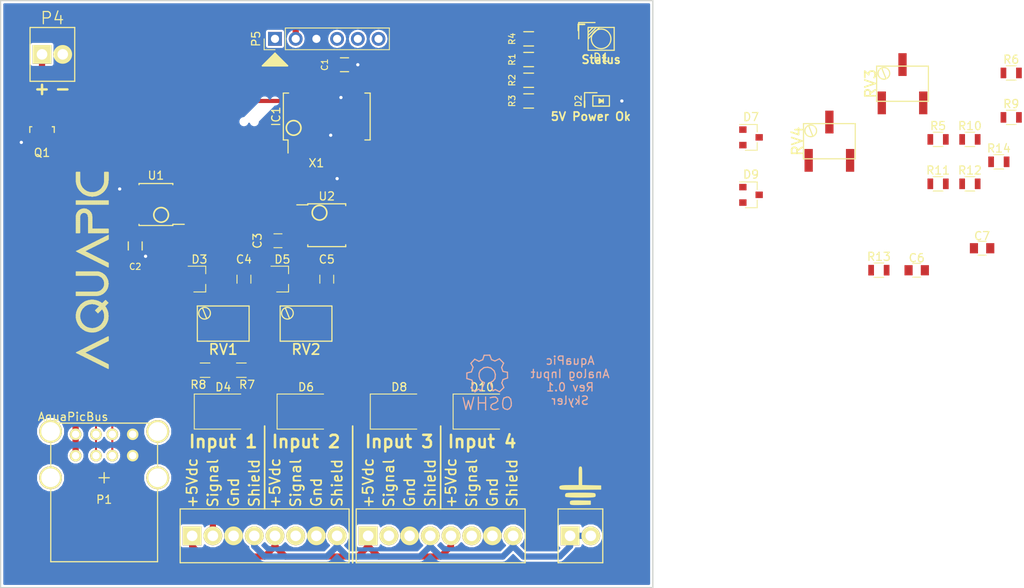
<source format=kicad_pcb>
(kicad_pcb (version 4) (host pcbnew 4.0.7)
  (layers (0 F.Cu signal) (31 B.Cu signal) (34 B.Paste user) (35 F.Paste user) (36 B.SilkS user) (37 F.SilkS user) (38 B.Mask user) (39 F.Mask user) (44 Edge.Cuts user))
  (net 0 "")
  (net 1 +5V)
  (net 2 GND)
  (net 3 "Net-(D1-Pad2)")
  (net 4 "Net-(D1-Pad3)")
  (net 5 "Net-(D1-Pad1)")
  (net 6 "Net-(D2-Pad1)")
  (net 7 /Input3)
  (net 8 /Input4)
  (net 9 //MCLR)
  (net 10 /STAT_LED_R)
  (net 11 /STAT_LED_G)
  (net 12 /RX)
  (net 13 /STAT_LED_Y)
  (net 14 /T_nR)
  (net 15 /TX)
  (net 16 /PGC)
  (net 17 /PGD)
  (net 18 /Input1)
  (net 19 /Input2)
  (net 20 /D+)
  (net 21 /D-)
  (net 22 "Net-(IC1-Pad7)")
  (net 23 "Net-(IC1-Pad9)")
  (net 24 "Net-(IC1-Pad10)")
  (net 25 "Net-(IC1-Pad11)")
  (net 26 "Net-(IC1-Pad24)")
  (net 27 "Net-(IC1-Pad25)")
  (net 28 "Net-(IC1-Pad26)")
  (net 29 "Net-(IC1-Pad21)")
  (net 30 "Net-(IC1-Pad22)")
  (net 31 "Net-(IC1-Pad23)")
  (net 32 "Net-(IC1-Pad6)")
  (net 33 /Ch1)
  (net 34 /Ch2)
  (net 35 /Ch3)
  (net 36 /Ch4)
  (net 37 "Net-(IC1-Pad5)")
  (net 38 "Net-(IC1-Pad12)")
  (net 39 "Net-(IC1-Pad13)")
  (net 40 /SCL)
  (net 41 /SDA)
  (net 42 "Net-(P2-Pad12)")
  (net 43 "Net-(P4-Pad1)")
  (net 44 "Net-(P5-Pad6)")
  (net 45 "Net-(R7-Pad1)")
  (net 46 "Net-(R7-Pad2)")
  (net 47 "Net-(R10-Pad2)")
  (net 48 "Net-(R9-Pad2)")
  (net 49 "Net-(R11-Pad1)")
  (net 50 "Net-(R11-Pad2)")
  (net 51 "Net-(R13-Pad1)")
  (net 52 "Net-(R13-Pad2)")
  (module Capacitors_SMD:C_0805 (layer F.Cu) (at 42.18 -64.135)
    (fp_text reference C1 (at -2.429 0 270) (layer F.SilkS) (effects (font (size 0.762 0.762) (thickness 0.127))))
    (fp_text value 100nF)
    (pad 1 smd rect (at -1 0) (size 1 1.25) (layers F.Cu F.Paste F.Mask) (net 1 +5V))
    (pad 2 smd rect (at 1 0) (size 1 1.25) (layers F.Cu F.Paste F.Mask) (net 2 GND))
  )
  (module Capacitors_SMD:C_0805 (layer F.Cu) (at 16.51 -41.91 270)
    (fp_text reference C2 (at 2.54 0 360) (layer F.SilkS) (effects (font (size 0.762 0.762) (thickness 0.127))))
    (fp_text value 100nF)
    (pad 1 smd rect (at -1 0 270) (size 1 1.25) (layers F.Cu F.Paste F.Mask) (net 1 +5V))
    (pad 2 smd rect (at 1 0 270) (size 1 1.25) (layers F.Cu F.Paste F.Mask) (net 2 GND))
  )
  (module Housings_SOT-23_SOT-143_TSOT-6:SOT-23 (layer F.Cu) (at 5.08 -55.88)
    (fp_text reference Q1 (at 0 2.54) (layer F.SilkS))
    (fp_text value AO3407A)
    (pad 1 smd rect (at -0.95 1.00076) (size 0.8001 0.8001) (layers F.Cu F.Paste F.Mask) (net 2 GND))
    (pad 2 smd rect (at 0.95 1.00076) (size 0.8001 0.8001) (layers F.Cu F.Paste F.Mask) (net 1 +5V))
    (pad 3 smd rect (at 0 -0.99822) (size 0.8001 0.8001) (layers F.Cu F.Paste F.Mask) (net 43 "Net-(P4-Pad1)"))
  )
  (module Resistors_SMD:R_0805 (layer F.Cu) (at 64.77 -64.77 180)
    (fp_text reference R1 (at 2.032 0 270) (layer F.SilkS) (effects (font (size 0.762 0.762) (thickness 0.127))))
    (fp_text value 300R)
    (pad 1 smd rect (at -0.95 0 180) (size 0.7 1.3) (layers F.Cu F.Paste F.Mask) (net 5 "Net-(D1-Pad1)"))
    (pad 2 smd rect (at 0.95 0 180) (size 0.7 1.3) (layers F.Cu F.Paste F.Mask) (net 11 /STAT_LED_G))
  )
  (module Resistors_SMD:R_0805 (layer F.Cu) (at 64.77 -62.23 180)
    (fp_text reference R2 (at 2.032 0 270) (layer F.SilkS) (effects (font (size 0.762 0.762) (thickness 0.127))))
    (fp_text value 300R)
    (pad 1 smd rect (at -0.95 0 180) (size 0.7 1.3) (layers F.Cu F.Paste F.Mask) (net 3 "Net-(D1-Pad2)"))
    (pad 2 smd rect (at 0.95 0 180) (size 0.7 1.3) (layers F.Cu F.Paste F.Mask) (net 13 /STAT_LED_Y))
  )
  (module Resistors_SMD:R_0805 (layer F.Cu) (at 64.77 -59.69)
    (fp_text reference R3 (at -2.032 0 90) (layer F.SilkS) (effects (font (size 0.762 0.762) (thickness 0.127))))
    (fp_text value 300R)
    (pad 1 smd rect (at -0.95 0) (size 0.7 1.3) (layers F.Cu F.Paste F.Mask) (net 1 +5V))
    (pad 2 smd rect (at 0.95 0) (size 0.7 1.3) (layers F.Cu F.Paste F.Mask) (net 6 "Net-(D2-Pad1)"))
  )
  (module Resistors_SMD:R_0805 (layer F.Cu) (at 64.77 -67.31 180)
    (fp_text reference R4 (at 2.032 0 270) (layer F.SilkS) (effects (font (size 0.762 0.762) (thickness 0.127))))
    (fp_text value 300R)
    (pad 1 smd rect (at -0.95 0 180) (size 0.7 1.3) (layers F.Cu F.Paste F.Mask) (net 4 "Net-(D1-Pad3)"))
    (pad 2 smd rect (at 0.95 0 180) (size 0.7 1.3) (layers F.Cu F.Paste F.Mask) (net 10 /STAT_LED_R))
  )
  (module Housings_SOIC:SOIC-8_3.9x4.9mm_Pitch1.27mm (layer F.Cu) (at 19.05 -46.99 180)
    (fp_text reference U1 (at 0 3.556 180) (layer F.SilkS))
    (fp_text value ST485EC)
    (pad 1 smd rect (at -2.7 -1.905 180) (size 1.55 0.6) (layers F.Cu F.Paste F.Mask) (net 12 /RX))
    (pad 2 smd rect (at -2.7 -0.635 180) (size 1.55 0.6) (layers F.Cu F.Paste F.Mask) (net 14 /T_nR))
    (pad 3 smd rect (at -2.7 0.635 180) (size 1.55 0.6) (layers F.Cu F.Paste F.Mask) (net 14 /T_nR))
    (pad 4 smd rect (at -2.7 1.905 180) (size 1.55 0.6) (layers F.Cu F.Paste F.Mask) (net 15 /TX))
    (pad 5 smd rect (at 2.7 1.905 180) (size 1.55 0.6) (layers F.Cu F.Paste F.Mask) (net 2 GND))
    (pad 6 smd rect (at 2.7 0.635 180) (size 1.55 0.6) (layers F.Cu F.Paste F.Mask) (net 20 /D+))
    (pad 7 smd rect (at 2.7 -0.635 180) (size 1.55 0.6) (layers F.Cu F.Paste F.Mask) (net 21 /D-))
    (pad 8 smd rect (at 2.7 -1.905 180) (size 1.55 0.6) (layers F.Cu F.Paste F.Mask) (net 1 +5V))
  )
  (module A_MyFootPrints:AquaPic_Logo (layer F.Cu) (at 3.175 -26.67 90)
    (fp_text reference LOGO hide)
    (fp_text value Val** hide)
  )
  (module A_MyFootPrints:Earth_Ground_Logo (layer F.Cu) (at 71.12 -11.43)
    (fp_text reference G*** hide)
    (fp_text value LOGO hide)
  )
  (module Symbols:Symbol_OSHW-Logo_SilkScreen (layer B.Cu) (at 59.69 -26.035 180)
    (fp_text reference "" hide)
    (fp_text value "" hide)
  )
  (module LEDs:LED-0805 (layer F.Cu) (at 73.66 -59.69)
    (fp_text reference D2 (at -2.794 0 90) (layer F.SilkS) (effects (font (size 0.762 0.762) (thickness 0.127))))
    (fp_text value APT2012)
    (pad 2 smd rect (at 1.04902 0 180) (size 1.19888 1.19888) (layers F.Cu F.Paste F.Mask) (net 2 GND))
    (pad 1 smd rect (at -1.04902 0 180) (size 1.19888 1.19888) (layers F.Cu F.Paste F.Mask) (net 6 "Net-(D2-Pad1)"))
  )
  (module Capacitors_SMD:C_0805 (layer F.Cu) (at 34.02 -42.545 180)
    (fp_text reference C3 (at 2.524 0 270) (layer F.SilkS))
    (fp_text value 100nF)
    (pad 1 smd rect (at -1 0 180) (size 1 1.25) (layers F.Cu F.Paste F.Mask) (net 1 +5V))
    (pad 2 smd rect (at 1 0 180) (size 1 1.25) (layers F.Cu F.Paste F.Mask) (net 2 GND))
  )
  (module Capacitors_SMD:C_0805 (layer F.Cu) (at 29.845 -37.83 90)
    (fp_text reference C4 (at 2.429 0 180) (layer F.SilkS))
    (fp_text value 100nF)
    (pad 1 smd rect (at -1 0 90) (size 1 1.25) (layers F.Cu F.Paste F.Mask) (net 33 /Ch1))
    (pad 2 smd rect (at 1 0 90) (size 1 1.25) (layers F.Cu F.Paste F.Mask) (net 2 GND))
  )
  (module Capacitors_SMD:C_0805 (layer F.Cu) (at 40.005 -37.83 90)
    (fp_text reference C5 (at 2.429 0 180) (layer F.SilkS))
    (fp_text value 100nF)
    (pad 1 smd rect (at -1 0 90) (size 1 1.25) (layers F.Cu F.Paste F.Mask) (net 34 /Ch2))
    (pad 2 smd rect (at 1 0 90) (size 1 1.25) (layers F.Cu F.Paste F.Mask) (net 2 GND))
  )
  (module Capacitors_SMD:C_0805 (layer F.Cu) (at 112.367724 -38.9268)
    (fp_text reference C6 (at 0 -1.5) (layer F.SilkS))
    (fp_text value 100nF)
    (pad 1 smd rect (at -1 0) (size 1 1.25) (layers F.Cu F.Paste F.Mask) (net 35 /Ch3))
    (pad 2 smd rect (at 1 0) (size 1 1.25) (layers F.Cu F.Paste F.Mask) (net 2 GND))
  )
  (module Capacitors_SMD:C_0805 (layer F.Cu) (at 120.387724 -41.6268)
    (fp_text reference C7 (at 0 -1.5) (layer F.SilkS))
    (fp_text value 100nF)
    (pad 1 smd rect (at -1 0) (size 1 1.25) (layers F.Cu F.Paste F.Mask) (net 36 /Ch4))
    (pad 2 smd rect (at 1 0) (size 1 1.25) (layers F.Cu F.Paste F.Mask) (net 2 GND))
  )
  (module MyFootPrints:PLCC-4 (layer F.Cu) (at 73.66 -67.31 90)
    (fp_text reference D1 (at -2.3 0 180) (layer F.SilkS))
    (fp_text value SMP4-RGY)
    (pad 2 smd rect (at -0.75 1.55 90) (size 0.9 1.5) (layers F.Cu F.Paste F.Mask) (net 3 "Net-(D1-Pad2)"))
    (pad 4 smd rect (at 0.75 1.55 90) (size 0.9 1.5) (layers F.Cu F.Paste F.Mask) (net 1 +5V))
    (pad 3 smd rect (at 0.75 -1.55 90) (size 0.9 1.5) (layers F.Cu F.Paste F.Mask) (net 4 "Net-(D1-Pad3)"))
    (pad 1 smd rect (at -0.75 -1.55 90) (size 0.9 1.5) (layers F.Cu F.Paste F.Mask) (net 5 "Net-(D1-Pad1)"))
  )
  (module Diodes_SMD:D_SOT-23_ANK (layer F.Cu) (at 24.4 -37.846)
    (fp_text reference D3 (at -0.016 -2.413) (layer F.SilkS))
    (fp_text value BZX84C4V7)
    (pad 2 smd rect (at -1 -0.95) (size 0.9 0.8) (layers F.Cu F.Paste F.Mask) (net 2 GND))
    (pad "" smd rect (at -1 0.95) (size 0.9 0.8) (layers F.Cu F.Paste F.Mask))
    (pad 1 smd rect (at 1 0) (size 0.9 0.8) (layers F.Cu F.Paste F.Mask) (net 33 /Ch1))
  )
  (module Diodes_SMD:D_SMB (layer F.Cu) (at 27.305 -21.59)
    (fp_text reference D4 (at 0 -3) (layer F.SilkS))
    (fp_text value SMBJ30D)
    (pad 1 smd rect (at -2.15 0) (size 2.5 2.3) (layers F.Cu F.Paste F.Mask) (net 18 /Input1))
    (pad 2 smd rect (at 2.15 0) (size 2.5 2.3) (layers F.Cu F.Paste F.Mask) (net 2 GND))
  )
  (module Diodes_SMD:D_SOT-23_ANK (layer F.Cu) (at 34.56 -37.846)
    (fp_text reference D5 (at 0 -2.413) (layer F.SilkS))
    (fp_text value BZX84C4V7)
    (pad 2 smd rect (at -1 -0.95) (size 0.9 0.8) (layers F.Cu F.Paste F.Mask) (net 2 GND))
    (pad "" smd rect (at -1 0.95) (size 0.9 0.8) (layers F.Cu F.Paste F.Mask))
    (pad 1 smd rect (at 1 0) (size 0.9 0.8) (layers F.Cu F.Paste F.Mask) (net 34 /Ch2))
  )
  (module Diodes_SMD:D_SMB (layer F.Cu) (at 37.465 -21.59)
    (fp_text reference D6 (at 0 -3) (layer F.SilkS))
    (fp_text value SMBJ30D)
    (pad 1 smd rect (at -2.15 0) (size 2.5 2.3) (layers F.Cu F.Paste F.Mask) (net 19 /Input2))
    (pad 2 smd rect (at 2.15 0) (size 2.5 2.3) (layers F.Cu F.Paste F.Mask) (net 2 GND))
  )
  (module Diodes_SMD:D_SOT-23_ANK (layer F.Cu) (at 92.043914 -55.2268)
    (fp_text reference D7 (at 0 -2.5) (layer F.SilkS))
    (fp_text value BZX84C4V7)
    (pad 2 smd rect (at -1 -0.95) (size 0.9 0.8) (layers F.Cu F.Paste F.Mask) (net 2 GND))
    (pad "" smd rect (at -1 0.95) (size 0.9 0.8) (layers F.Cu F.Paste F.Mask))
    (pad 1 smd rect (at 1 0) (size 0.9 0.8) (layers F.Cu F.Paste F.Mask) (net 35 /Ch3))
  )
  (module Diodes_SMD:D_SMB (layer F.Cu) (at 48.895 -21.59)
    (fp_text reference D8 (at 0 -3) (layer F.SilkS))
    (fp_text value SMBJ30D)
    (pad 1 smd rect (at -2.15 0) (size 2.5 2.3) (layers F.Cu F.Paste F.Mask) (net 7 /Input3))
    (pad 2 smd rect (at 2.15 0) (size 2.5 2.3) (layers F.Cu F.Paste F.Mask) (net 2 GND))
  )
  (module Diodes_SMD:D_SOT-23_ANK (layer F.Cu) (at 92.043914 -48.1768)
    (fp_text reference D9 (at 0 -2.5) (layer F.SilkS))
    (fp_text value BZX84C4V7)
    (pad 2 smd rect (at -1 -0.95) (size 0.9 0.8) (layers F.Cu F.Paste F.Mask) (net 2 GND))
    (pad "" smd rect (at -1 0.95) (size 0.9 0.8) (layers F.Cu F.Paste F.Mask))
    (pad 1 smd rect (at 1 0) (size 0.9 0.8) (layers F.Cu F.Paste F.Mask) (net 36 /Ch4))
  )
  (module Diodes_SMD:D_SMB (layer F.Cu) (at 59.055 -21.59)
    (fp_text reference D10 (at 0 -3) (layer F.SilkS))
    (fp_text value SMBJ30D)
    (pad 1 smd rect (at -2.15 0) (size 2.5 2.3) (layers F.Cu F.Paste F.Mask) (net 8 /Input4))
    (pad 2 smd rect (at 2.15 0) (size 2.5 2.3) (layers F.Cu F.Paste F.Mask) (net 2 GND))
  )
  (module Housings_SSOP:SSOP-28_5.3x10.2mm_Pitch0.65mm (layer F.Cu) (at 40.005 -57.785 90)
    (fp_text reference IC1 (at 0 -6.223 270) (layer F.SilkS))
    (fp_text value PIC16F18855)
    (pad 1 smd rect (at -3.6 -4.225 90) (size 1.75 0.45) (layers F.Cu F.Paste F.Mask) (net 9 //MCLR))
    (pad 2 smd rect (at -3.6 -3.575 90) (size 1.75 0.45) (layers F.Cu F.Paste F.Mask) (net 10 /STAT_LED_R))
    (pad 3 smd rect (at -3.6 -2.925 90) (size 1.75 0.45) (layers F.Cu F.Paste F.Mask) (net 11 /STAT_LED_G))
    (pad 4 smd rect (at -3.6 -2.275 90) (size 1.75 0.45) (layers F.Cu F.Paste F.Mask) (net 13 /STAT_LED_Y))
    (pad 5 smd rect (at -3.6 -1.625 90) (size 1.75 0.45) (layers F.Cu F.Paste F.Mask) (net 37 "Net-(IC1-Pad5)"))
    (pad 6 smd rect (at -3.6 -0.975 90) (size 1.75 0.45) (layers F.Cu F.Paste F.Mask) (net 32 "Net-(IC1-Pad6)"))
    (pad 7 smd rect (at -3.6 -0.325 90) (size 1.75 0.45) (layers F.Cu F.Paste F.Mask) (net 22 "Net-(IC1-Pad7)"))
    (pad 8 smd rect (at -3.6 0.325 90) (size 1.75 0.45) (layers F.Cu F.Paste F.Mask) (net 2 GND))
    (pad 9 smd rect (at -3.6 0.975 90) (size 1.75 0.45) (layers F.Cu F.Paste F.Mask) (net 23 "Net-(IC1-Pad9)"))
    (pad 10 smd rect (at -3.6 1.625 90) (size 1.75 0.45) (layers F.Cu F.Paste F.Mask) (net 24 "Net-(IC1-Pad10)"))
    (pad 11 smd rect (at -3.6 2.275 90) (size 1.75 0.45) (layers F.Cu F.Paste F.Mask) (net 25 "Net-(IC1-Pad11)"))
    (pad 12 smd rect (at -3.6 2.925 90) (size 1.75 0.45) (layers F.Cu F.Paste F.Mask) (net 38 "Net-(IC1-Pad12)"))
    (pad 13 smd rect (at -3.6 3.575 90) (size 1.75 0.45) (layers F.Cu F.Paste F.Mask) (net 39 "Net-(IC1-Pad13)"))
    (pad 14 smd rect (at -3.6 4.225 90) (size 1.75 0.45) (layers F.Cu F.Paste F.Mask) (net 40 /SCL))
    (pad 15 smd rect (at 3.6 4.225 90) (size 1.75 0.45) (layers F.Cu F.Paste F.Mask) (net 41 /SDA))
    (pad 16 smd rect (at 3.6 3.575 90) (size 1.75 0.45) (layers F.Cu F.Paste F.Mask) (net 14 /T_nR))
    (pad 17 smd rect (at 3.6 2.925 90) (size 1.75 0.45) (layers F.Cu F.Paste F.Mask) (net 15 /TX))
    (pad 18 smd rect (at 3.6 2.275 90) (size 1.75 0.45) (layers F.Cu F.Paste F.Mask) (net 12 /RX))
    (pad 19 smd rect (at 3.6 1.625 90) (size 1.75 0.45) (layers F.Cu F.Paste F.Mask) (net 2 GND))
    (pad 20 smd rect (at 3.6 0.975 90) (size 1.75 0.45) (layers F.Cu F.Paste F.Mask) (net 1 +5V))
    (pad 21 smd rect (at 3.6 0.325 90) (size 1.75 0.45) (layers F.Cu F.Paste F.Mask) (net 29 "Net-(IC1-Pad21)"))
    (pad 22 smd rect (at 3.6 -0.325 90) (size 1.75 0.45) (layers F.Cu F.Paste F.Mask) (net 30 "Net-(IC1-Pad22)"))
    (pad 23 smd rect (at 3.6 -0.975 90) (size 1.75 0.45) (layers F.Cu F.Paste F.Mask) (net 31 "Net-(IC1-Pad23)"))
    (pad 24 smd rect (at 3.6 -1.625 90) (size 1.75 0.45) (layers F.Cu F.Paste F.Mask) (net 26 "Net-(IC1-Pad24)"))
    (pad 25 smd rect (at 3.6 -2.275 90) (size 1.75 0.45) (layers F.Cu F.Paste F.Mask) (net 27 "Net-(IC1-Pad25)"))
    (pad 26 smd rect (at 3.6 -2.925 90) (size 1.75 0.45) (layers F.Cu F.Paste F.Mask) (net 28 "Net-(IC1-Pad26)"))
    (pad 27 smd rect (at 3.6 -3.575 90) (size 1.75 0.45) (layers F.Cu F.Paste F.Mask) (net 16 /PGC))
    (pad 28 smd rect (at 3.6 -4.225 90) (size 1.75 0.45) (layers F.Cu F.Paste F.Mask) (net 17 /PGD))
  )
  (module MyFootPrints:USB-1.1_Stacked (layer F.Cu) (at 12.7 -13.335)
    (fp_text reference P1 (at 0 2.54) (layer F.SilkS))
    (fp_text value AquaPicBus (at -3.81 -7.62) (layer F.SilkS))
    (pad 5 thru_hole circle (at -3.5 -5.470005) (size 1.42 1.42) (drill 0.92) (layers *.Cu *.Mask F.SilkS) (net 1 +5V))
    (pad 6 thru_hole circle (at -1 -5.470005) (size 1.42 1.42) (drill 0.92) (layers *.Cu *.Mask F.SilkS) (net 20 /D+))
    (pad 7 thru_hole circle (at 1 -5.470005) (size 1.42 1.42) (drill 0.92) (layers *.Cu *.Mask F.SilkS) (net 21 /D-))
    (pad 8 thru_hole circle (at 3.5 -5.470005) (size 1.42 1.42) (drill 0.92) (layers *.Cu *.Mask F.SilkS) (net 2 GND))
    (pad 1 thru_hole circle (at -3.5 -2.850005) (size 1.42 1.42) (drill 0.92) (layers *.Cu *.Mask F.SilkS) (net 1 +5V))
    (pad 2 thru_hole circle (at -1 -2.850005) (size 1.42 1.42) (drill 0.92) (layers *.Cu *.Mask F.SilkS) (net 20 /D+))
    (pad 3 thru_hole circle (at 1 -2.850005) (size 1.42 1.42) (drill 0.92) (layers *.Cu *.Mask F.SilkS) (net 21 /D-))
    (pad 4 thru_hole circle (at 3.5 -2.850005) (size 1.42 1.42) (drill 0.92) (layers *.Cu *.Mask F.SilkS) (net 2 GND))
    (pad Hole thru_hole circle (at 6.57 -0.140005) (size 2.8 2.8) (drill 2.3) (layers *.Cu *.Mask F.SilkS))
    (pad Hole thru_hole circle (at 6.57 -5.820005) (size 2.8 2.8) (drill 2.3) (layers *.Cu *.Mask F.SilkS))
    (pad Hole thru_hole circle (at -6.57 -5.820005) (size 2.8 2.8) (drill 2.3) (layers *.Cu *.Mask F.SilkS))
    (pad Hole thru_hole circle (at -6.57 -0.140005) (size 2.8 2.8) (drill 2.3) (layers *.Cu *.Mask F.SilkS))
  )
  (module MyFootPrints:Screw_Header_1x16 (layer F.Cu) (at 43.18 -6.35)
    (fp_text reference P2 hide)
    (fp_text value Inputs)
    (pad 16 thru_hole circle (at 19.685 0) (size 2.3 2.3) (drill 1.3) (layers *.Cu *.Mask F.SilkS) (net 42 "Net-(P2-Pad12)"))
    (pad 15 thru_hole circle (at 17.145 0) (size 2.3 2.3) (drill 1.3) (layers *.Cu *.Mask F.SilkS) (net 2 GND))
    (pad 14 thru_hole circle (at 14.605 0) (size 2.3 2.3) (drill 1.3) (layers *.Cu *.Mask F.SilkS) (net 8 /Input4))
    (pad 13 thru_hole circle (at 12.065 0) (size 2.3 2.3) (drill 1.3) (layers *.Cu *.Mask F.SilkS) (net 1 +5V))
    (pad 12 thru_hole circle (at 9.525 0) (size 2.3 2.3) (drill 1.3) (layers *.Cu *.Mask F.SilkS) (net 42 "Net-(P2-Pad12)"))
    (pad 11 thru_hole circle (at 6.985 0) (size 2.3 2.3) (drill 1.3) (layers *.Cu *.Mask F.SilkS) (net 2 GND))
    (pad 10 thru_hole circle (at 4.445 0) (size 2.3 2.3) (drill 1.3) (layers *.Cu *.Mask F.SilkS) (net 7 /Input3))
    (pad 9 thru_hole rect (at 1.905 0) (size 2.3 2.3) (drill 1.3) (layers *.Cu *.Mask F.SilkS) (net 1 +5V))
    (pad 1 thru_hole rect (at -19.685 0) (size 2.3 2.3) (drill 1.3) (layers *.Cu *.Mask F.SilkS) (net 1 +5V))
    (pad 2 thru_hole circle (at -17.145 0) (size 2.3 2.3) (drill 1.3) (layers *.Cu *.Mask F.SilkS) (net 18 /Input1))
    (pad 3 thru_hole circle (at -14.605 0) (size 2.3 2.3) (drill 1.3) (layers *.Cu *.Mask F.SilkS) (net 2 GND))
    (pad 4 thru_hole circle (at -12.065 0) (size 2.3 2.3) (drill 1.3) (layers *.Cu *.Mask F.SilkS) (net 42 "Net-(P2-Pad12)"))
    (pad 5 thru_hole circle (at -9.525 0) (size 2.3 2.3) (drill 1.3) (layers *.Cu *.Mask F.SilkS) (net 1 +5V))
    (pad 6 thru_hole circle (at -6.985 0) (size 2.3 2.3) (drill 1.3) (layers *.Cu *.Mask F.SilkS) (net 19 /Input2))
    (pad 7 thru_hole circle (at -4.445 0) (size 2.3 2.3) (drill 1.3) (layers *.Cu *.Mask F.SilkS) (net 2 GND))
    (pad 8 thru_hole circle (at -1.905 0) (size 2.3 2.3) (drill 1.3) (layers *.Cu *.Mask F.SilkS) (net 42 "Net-(P2-Pad12)"))
  )
  (module MyFootPrints:Screw_Header_1x2 (layer F.Cu) (at 71.12 -6.35)
    (fp_text reference P3 hide)
    (fp_text value Earth)
    (pad 1 thru_hole rect (at -1.27 0) (size 2.3 2.3) (drill 1.3) (layers *.Cu *.Mask F.SilkS) (net 42 "Net-(P2-Pad12)"))
    (pad 2 thru_hole circle (at 1.27 0) (size 2.3 2.3) (drill 1.3) (layers *.Cu *.Mask F.SilkS) (net 42 "Net-(P2-Pad12)"))
  )
  (module MyFootPrints:Screw_Header_1x2 (layer F.Cu) (at 6.35 -65.405)
    (fp_text reference P4 (at 0 -4.445) (layer F.SilkS) (effects (font (size 1.5 1.5))))
    (fp_text value Power)
    (pad 1 thru_hole rect (at -1.27 0) (size 2.3 2.3) (drill 1.3) (layers *.Cu *.Mask F.SilkS) (net 43 "Net-(P4-Pad1)"))
    (pad 2 thru_hole circle (at 1.27 0) (size 2.3 2.3) (drill 1.3) (layers *.Cu *.Mask F.SilkS) (net 2 GND))
  )
  (module Pin_Headers:Pin_Header_Straight_1x06_Pitch2.54mm (layer F.Cu) (at 33.655 -67.31 90)
    (fp_text reference P5 (at 0 -2.33 90) (layer F.SilkS))
    (fp_text value ICSP)
    (pad 1 thru_hole rect (at 0 0 90) (size 1.7 1.7) (drill 1) (layers *.Cu *.Mask) (net 9 //MCLR))
    (pad 2 thru_hole oval (at 0 2.54 90) (size 1.7 1.7) (drill 1) (layers *.Cu *.Mask) (net 1 +5V))
    (pad 3 thru_hole oval (at 0 5.08 90) (size 1.7 1.7) (drill 1) (layers *.Cu *.Mask) (net 2 GND))
    (pad 4 thru_hole oval (at 0 7.62 90) (size 1.7 1.7) (drill 1) (layers *.Cu *.Mask) (net 17 /PGD))
    (pad 5 thru_hole oval (at 0 10.16 90) (size 1.7 1.7) (drill 1) (layers *.Cu *.Mask) (net 16 /PGC))
    (pad 6 thru_hole oval (at 0 12.7 90) (size 1.7 1.7) (drill 1) (layers *.Cu *.Mask) (net 44 "Net-(P5-Pad6)"))
  )
  (module Resistors_SMD:R_0805 (layer F.Cu) (at 114.986771 -54.9768)
    (fp_text reference R5 (at 0 -1.65) (layer F.SilkS))
    (fp_text value 4K32)
    (pad 1 smd rect (at -0.95 0) (size 0.7 1.3) (layers F.Cu F.Paste F.Mask) (net 1 +5V))
    (pad 2 smd rect (at 0.95 0) (size 0.7 1.3) (layers F.Cu F.Paste F.Mask) (net 40 /SCL))
  )
  (module Resistors_SMD:R_0805 (layer F.Cu) (at 123.956771 -63.1268)
    (fp_text reference R6 (at 0 -1.65) (layer F.SilkS))
    (fp_text value 4K32)
    (pad 1 smd rect (at -0.95 0) (size 0.7 1.3) (layers F.Cu F.Paste F.Mask) (net 1 +5V))
    (pad 2 smd rect (at 0.95 0) (size 0.7 1.3) (layers F.Cu F.Paste F.Mask) (net 41 /SDA))
  )
  (module Resistors_SMD:R_0805 (layer F.Cu) (at 29.53 -26.67)
    (fp_text reference R7 (at 0.696 1.778) (layer F.SilkS))
    (fp_text value 4K32)
    (pad 1 smd rect (at -0.95 0) (size 0.7 1.3) (layers F.Cu F.Paste F.Mask) (net 45 "Net-(R7-Pad1)"))
    (pad 2 smd rect (at 0.95 0) (size 0.7 1.3) (layers F.Cu F.Paste F.Mask) (net 46 "Net-(R7-Pad2)"))
  )
  (module Resistors_SMD:R_0805 (layer F.Cu) (at 25.08 -26.67)
    (fp_text reference R8 (at -0.823 1.778) (layer F.SilkS))
    (fp_text value 10K)
    (pad 1 smd rect (at -0.95 0) (size 0.7 1.3) (layers F.Cu F.Paste F.Mask) (net 18 /Input1))
    (pad 2 smd rect (at 0.95 0) (size 0.7 1.3) (layers F.Cu F.Paste F.Mask) (net 45 "Net-(R7-Pad1)"))
  )
  (module Resistors_SMD:R_0805 (layer F.Cu) (at 123.956771 -57.6768)
    (fp_text reference R9 (at 0 -1.65) (layer F.SilkS))
    (fp_text value 4K32)
    (pad 1 smd rect (at -0.95 0) (size 0.7 1.3) (layers F.Cu F.Paste F.Mask) (net 47 "Net-(R10-Pad2)"))
    (pad 2 smd rect (at 0.95 0) (size 0.7 1.3) (layers F.Cu F.Paste F.Mask) (net 48 "Net-(R9-Pad2)"))
  )
  (module Resistors_SMD:R_0805 (layer F.Cu) (at 118.893201 -54.9768)
    (fp_text reference R10 (at 0 -1.65) (layer F.SilkS))
    (fp_text value 10K)
    (pad 1 smd rect (at -0.95 0) (size 0.7 1.3) (layers F.Cu F.Paste F.Mask) (net 19 /Input2))
    (pad 2 smd rect (at 0.95 0) (size 0.7 1.3) (layers F.Cu F.Paste F.Mask) (net 47 "Net-(R10-Pad2)"))
  )
  (module Resistors_SMD:R_0805 (layer F.Cu) (at 114.986771 -49.5268)
    (fp_text reference R11 (at 0 -1.65) (layer F.SilkS))
    (fp_text value 4K32)
    (pad 1 smd rect (at -0.95 0) (size 0.7 1.3) (layers F.Cu F.Paste F.Mask) (net 49 "Net-(R11-Pad1)"))
    (pad 2 smd rect (at 0.95 0) (size 0.7 1.3) (layers F.Cu F.Paste F.Mask) (net 50 "Net-(R11-Pad2)"))
  )
  (module Resistors_SMD:R_0805 (layer F.Cu) (at 118.893201 -49.5268)
    (fp_text reference R12 (at 0 -1.65) (layer F.SilkS))
    (fp_text value 10K)
    (pad 1 smd rect (at -0.95 0) (size 0.7 1.3) (layers F.Cu F.Paste F.Mask) (net 7 /Input3))
    (pad 2 smd rect (at 0.95 0) (size 0.7 1.3) (layers F.Cu F.Paste F.Mask) (net 49 "Net-(R11-Pad1)"))
  )
  (module Resistors_SMD:R_0805 (layer F.Cu) (at 107.726771 -38.9368)
    (fp_text reference R13 (at 0 -1.65) (layer F.SilkS))
    (fp_text value 4K32)
    (pad 1 smd rect (at -0.95 0) (size 0.7 1.3) (layers F.Cu F.Paste F.Mask) (net 51 "Net-(R13-Pad1)"))
    (pad 2 smd rect (at 0.95 0) (size 0.7 1.3) (layers F.Cu F.Paste F.Mask) (net 52 "Net-(R13-Pad2)"))
  )
  (module Resistors_SMD:R_0805 (layer F.Cu) (at 122.443201 -52.2268)
    (fp_text reference R14 (at 0 -1.65) (layer F.SilkS))
    (fp_text value 10K)
    (pad 1 smd rect (at -0.95 0) (size 0.7 1.3) (layers F.Cu F.Paste F.Mask) (net 8 /Input4))
    (pad 2 smd rect (at 0.95 0) (size 0.7 1.3) (layers F.Cu F.Paste F.Mask) (net 51 "Net-(R13-Pad1)"))
  )
  (module MyFootPrints:POTENTIAMETER_SMD (layer F.Cu) (at 27.305 -32.385)
    (fp_text reference RV1 (at 0 3.175 180) (layer F.SilkS) (effects (font (size 1.27 1.27) (thickness 0.2032))))
    (fp_text value 10K)
    (pad 1 smd rect (at -2.54 2.3495) (size 1.016 2.794) (layers F.Cu F.Paste F.Mask) (net 2 GND))
    (pad 2 smd rect (at 0 -2.3495) (size 1.016 2.794) (layers F.Cu F.Paste F.Mask) (net 33 /Ch1))
    (pad 3 smd rect (at 2.54 2.3495) (size 1.016 2.794) (layers F.Cu F.Paste F.Mask) (net 46 "Net-(R7-Pad2)"))
  )
  (module MyFootPrints:POTENTIAMETER_SMD (layer F.Cu) (at 37.465 -32.385)
    (fp_text reference RV2 (at 0 3.175 180) (layer F.SilkS) (effects (font (size 1.27 1.27) (thickness 0.2032))))
    (fp_text value 10K)
    (pad 1 smd rect (at -2.54 2.3495) (size 1.016 2.794) (layers F.Cu F.Paste F.Mask) (net 2 GND))
    (pad 2 smd rect (at 0 -2.3495) (size 1.016 2.794) (layers F.Cu F.Paste F.Mask) (net 34 /Ch2))
    (pad 3 smd rect (at 2.54 2.3495) (size 1.016 2.794) (layers F.Cu F.Paste F.Mask) (net 48 "Net-(R9-Pad2)"))
  )
  (module MyFootPrints:POTENTIAMETER_SMD (layer F.Cu) (at 110.6258 -61.8053)
    (fp_text reference RV3 (at -3.937 0 90) (layer F.SilkS) (effects (font (size 1.27 1.27) (thickness 0.2032))))
    (fp_text value 10K)
    (pad 1 smd rect (at -2.54 2.3495) (size 1.016 2.794) (layers F.Cu F.Paste F.Mask) (net 2 GND))
    (pad 2 smd rect (at 0 -2.3495) (size 1.016 2.794) (layers F.Cu F.Paste F.Mask) (net 35 /Ch3))
    (pad 3 smd rect (at 2.54 2.3495) (size 1.016 2.794) (layers F.Cu F.Paste F.Mask) (net 50 "Net-(R11-Pad2)"))
  )
  (module MyFootPrints:POTENTIAMETER_SMD (layer F.Cu) (at 101.6558 -54.7553)
    (fp_text reference RV4 (at -3.937 0 90) (layer F.SilkS) (effects (font (size 1.27 1.27) (thickness 0.2032))))
    (fp_text value 10K)
    (pad 1 smd rect (at -2.54 2.3495) (size 1.016 2.794) (layers F.Cu F.Paste F.Mask) (net 2 GND))
    (pad 2 smd rect (at 0 -2.3495) (size 1.016 2.794) (layers F.Cu F.Paste F.Mask) (net 36 /Ch4))
    (pad 3 smd rect (at 2.54 2.3495) (size 1.016 2.794) (layers F.Cu F.Paste F.Mask) (net 52 "Net-(R13-Pad2)"))
  )
  (module Housings_SSOP:TSSOP-14_4.4x5mm_Pitch0.65mm (layer F.Cu) (at 40.005 -44.45)
    (fp_text reference U2 (at 0 -3.55) (layer F.SilkS))
    (fp_text value MCP3428)
    (pad 1 smd rect (at -2.95 -1.95) (size 1.45 0.45) (layers F.Cu F.Paste F.Mask) (net 33 /Ch1))
    (pad 2 smd rect (at -2.95 -1.3) (size 1.45 0.45) (layers F.Cu F.Paste F.Mask) (net 2 GND))
    (pad 3 smd rect (at -2.95 -0.65) (size 1.45 0.45) (layers F.Cu F.Paste F.Mask) (net 34 /Ch2))
    (pad 4 smd rect (at -2.95 0) (size 1.45 0.45) (layers F.Cu F.Paste F.Mask) (net 2 GND))
    (pad 5 smd rect (at -2.95 0.65) (size 1.45 0.45) (layers F.Cu F.Paste F.Mask) (net 2 GND))
    (pad 6 smd rect (at -2.95 1.3) (size 1.45 0.45) (layers F.Cu F.Paste F.Mask) (net 1 +5V))
    (pad 7 smd rect (at -2.95 1.95) (size 1.45 0.45) (layers F.Cu F.Paste F.Mask) (net 41 /SDA))
    (pad 8 smd rect (at 2.95 1.95) (size 1.45 0.45) (layers F.Cu F.Paste F.Mask) (net 40 /SCL))
    (pad 9 smd rect (at 2.95 1.3) (size 1.45 0.45) (layers F.Cu F.Paste F.Mask) (net 2 GND))
    (pad 10 smd rect (at 2.95 0.65) (size 1.45 0.45) (layers F.Cu F.Paste F.Mask) (net 2 GND))
    (pad 11 smd rect (at 2.95 0) (size 1.45 0.45) (layers F.Cu F.Paste F.Mask) (net 35 /Ch3))
    (pad 12 smd rect (at 2.95 -0.65) (size 1.45 0.45) (layers F.Cu F.Paste F.Mask) (net 2 GND))
    (pad 13 smd rect (at 2.95 -1.3) (size 1.45 0.45) (layers F.Cu F.Paste F.Mask) (net 36 /Ch4))
    (pad 14 smd rect (at 2.95 -1.95) (size 1.45 0.45) (layers F.Cu F.Paste F.Mask) (net 2 GND))
  )
  (module MyFootPrints:Resonator_3.2x1.3 (layer F.Cu) (at 41.345 -51.435 180)
    (fp_text reference X1 (at 2.61 0.635 360) (layer F.SilkS))
    (fp_text value 8MHz)
    (pad 2 smd rect (at 0 0 180) (size 0.4 2) (layers F.Cu F.Paste F.Mask) (net 2 GND))
    (pad 3 smd rect (at 1.2 0 180) (size 0.4 2) (layers F.Cu F.Paste F.Mask) (net 23 "Net-(IC1-Pad9)"))
    (pad 1 smd rect (at -1.2 0 180) (size 0.4 2) (layers F.Cu F.Paste F.Mask) (net 24 "Net-(IC1-Pad10)"))
  )
  (gr_circle (center 35.941 -56.388) (end 36.576 -55.753) (layer F.SilkS) (width 0.2))
  (gr_line (start 71.628 -58.928) (end 71.628 -59.69) (angle 90) (layer F.SilkS) (width 0.2))
  (gr_circle (center 19.685 -45.72) (end 20.32 -45.085) (layer F.SilkS) (width 0.2))
  (gr_circle (center 39.116 -45.983025) (end 39.751 -45.348025) (layer F.SilkS) (width 0.2))
  (gr_text "AquaPic\nAnalog Input\nRev 0.1\nSkyler" (at 69.85 -25.4) (layer B.SilkS) (effects (font (size 1.016 1.016) (thickness 0.1524)) (justify mirror)))
  (gr_line (start 43.18 -3.048) (end 43.18 -19.812) (angle 90) (layer F.SilkS) (width 0.2))
  (gr_line (start 53.975 -9.652) (end 53.975 -19.812) (angle 90) (layer F.SilkS) (width 0.2))
  (gr_line (start 32.385 -9.652) (end 32.385 -19.812) (angle 90) (layer F.SilkS) (width 0.2))
  (gr_text "Input 4" (at 59.055 -17.907) (layer F.SilkS) (effects (font (thickness 0.3048))))
  (gr_text "Input 3" (at 48.895 -17.907) (layer F.SilkS) (effects (font (thickness 0.3048))))
  (gr_text "Input 2" (at 37.465 -17.907) (layer F.SilkS) (effects (font (thickness 0.3048))))
  (gr_text "Input 1" (at 27.305 -17.907) (layer F.SilkS) (effects (font (thickness 0.3048))))
  (gr_text +5Vdc (at 55.245 -12.827 90) (layer F.SilkS) (effects (font (size 1.27 1.27) (thickness 0.2032))))
  (gr_text +5Vdc (at 45.085 -12.827 90) (layer F.SilkS) (effects (font (size 1.27 1.27) (thickness 0.2032))))
  (gr_text +5Vdc (at 33.655 -12.827 90) (layer F.SilkS) (effects (font (size 1.27 1.27) (thickness 0.2032))))
  (gr_text Gnd (at 28.575 -11.684 90) (layer F.SilkS) (effects (font (size 1.27 1.27) (thickness 0.2032))))
  (gr_text Gnd (at 38.735 -11.684 90) (layer F.SilkS) (effects (font (size 1.27 1.27) (thickness 0.2032))))
  (gr_text Gnd (at 50.165 -11.684 90) (layer F.SilkS) (effects (font (size 1.27 1.27) (thickness 0.2032))))
  (gr_text Signal (at 57.785 -12.827 90) (layer F.SilkS) (effects (font (size 1.27 1.27) (thickness 0.2032))))
  (gr_text Signal (at 47.625 -12.827 90) (layer F.SilkS) (effects (font (size 1.27 1.27) (thickness 0.2032))))
  (gr_text Signal (at 36.195 -12.827 90) (layer F.SilkS) (effects (font (size 1.27 1.27) (thickness 0.2032))))
  (gr_text Shield (at 62.738 -12.827 90) (layer F.SilkS) (effects (font (size 1.27 1.27) (thickness 0.2032))))
  (gr_text Shield (at 52.705 -12.827 90) (layer F.SilkS) (effects (font (size 1.27 1.27) (thickness 0.2032))))
  (gr_text Shield (at 41.275 -12.827 90) (layer F.SilkS) (effects (font (size 1.27 1.27) (thickness 0.2032))))
  (gr_text Shield (at 31.115 -12.827 90) (layer F.SilkS) (effects (font (size 1.27 1.27) (thickness 0.2032))))
  (gr_text Gnd (at 60.325 -11.684 90) (layer F.SilkS) (effects (font (size 1.27 1.27) (thickness 0.2032))))
  (gr_text Signal (at 26.035 -12.827 90) (layer F.SilkS) (effects (font (size 1.27 1.27) (thickness 0.2032))))
  (gr_text +5Vdc (at 23.495 -12.827 90) (layer F.SilkS) (effects (font (size 1.27 1.27) (thickness 0.2032))))
  (gr_text "5V Power Ok" (at 72.39 -57.785) (layer F.SilkS) (effects (font (size 1.016 1.016) (thickness 0.2032))))
  (gr_text Status (at 73.66 -64.77) (layer F.SilkS) (effects (font (size 1.016 1.016) (thickness 0.2032))))
  (gr_text - (at 7.62 -61.214) (layer F.SilkS) (effects (font (size 1.5 1.5) (thickness 0.3))))
  (gr_text + (at 5.08 -61.214) (layer F.SilkS) (effects (font (size 1.5 1.5) (thickness 0.3))))
  (gr_line (start 33.782 -65.278) (end 33.655 -65.405) (angle 90) (layer F.SilkS) (width 0.2))
  (gr_line (start 33.528 -65.278) (end 33.782 -65.278) (angle 90) (layer F.SilkS) (width 0.2))
  (gr_line (start 33.401 -65.151) (end 33.528 -65.278) (angle 90) (layer F.SilkS) (width 0.2))
  (gr_line (start 33.909 -65.151) (end 33.401 -65.151) (angle 90) (layer F.SilkS) (width 0.2))
  (gr_line (start 34.036 -65.024) (end 33.909 -65.151) (angle 90) (layer F.SilkS) (width 0.2))
  (gr_line (start 33.274 -65.024) (end 34.036 -65.024) (angle 90) (layer F.SilkS) (width 0.2))
  (gr_line (start 33.147 -64.897) (end 34.163 -64.897) (angle 90) (layer F.SilkS) (width 0.2))
  (gr_line (start 33.02 -64.77) (end 34.29 -64.77) (angle 90) (layer F.SilkS) (width 0.2))
  (gr_line (start 32.893 -64.643) (end 34.417 -64.643) (angle 90) (layer F.SilkS) (width 0.2))
  (gr_line (start 32.766 -64.516) (end 34.544 -64.516) (angle 90) (layer F.SilkS) (width 0.2))
  (gr_line (start 32.639 -64.389) (end 34.671 -64.389) (angle 90) (layer F.SilkS) (width 0.2))
  (gr_line (start 32.512 -64.262) (end 34.798 -64.262) (angle 90) (layer F.SilkS) (width 0.2))
  (gr_line (start 32.385 -64.135) (end 34.925 -64.135) (angle 90) (layer F.SilkS) (width 0.2))
  (gr_line (start 35.179 -64.008) (end 32.131 -64.008) (angle 90) (layer F.SilkS) (width 0.2))
  (gr_line (start 33.655 -65.532) (end 35.179 -64.008) (angle 90) (layer F.SilkS) (width 0.2))
  (gr_line (start 33.655 -65.532) (end 32.131 -64.008) (angle 90) (layer F.SilkS) (width 0.2))
  (gr_line (start 71.628 -69.088) (end 71.374 -69.088) (angle 90) (layer F.SilkS) (width 0.2))
  (gr_line (start 70.866 -69.088) (end 71.374 -69.088) (angle 90) (layer F.SilkS) (width 0.2))
  (gr_line (start 70.866 -68.834) (end 70.866 -69.088) (angle 90) (layer F.SilkS) (width 0.2))
  (gr_line (start 70.866 -68.326) (end 70.866 -68.834) (angle 90) (layer F.SilkS) (width 0.2))
  (gr_line (start 80 0) (end 0 0) (angle 90) (layer Edge.Cuts) (width 0.15))
  (gr_line (start 80 -72) (end 80 0) (angle 90) (layer Edge.Cuts) (width 0.15))
  (gr_line (start 0 -72) (end 80 -72) (angle 90) (layer Edge.Cuts) (width 0.15))
  (gr_line (start 0 0) (end 0 -72) (angle 90) (layer Edge.Cuts) (width 0.15))
  (segment (start 37.055 -43.15) (end 35.625 -43.15) (width 0.254) (layer F.Cu) (net 1))
  (segment (start 35.625 -43.15) (end 35.02 -42.545) (width 0.254) (layer F.Cu) (net 1))
  (segment (start 37.055 -43.15) (end 38.177962 -43.15) (width 0.254) (layer F.Cu) (net 1))
  (segment (start 38.177962 -43.15) (end 38.735 -43.707038) (width 0.254) (layer F.Cu) (net 1))
  (segment (start 38.735 -46.99) (end 38.735 -43.707038) (width 0.508) (layer F.Cu) (net 1))
  (segment (start 38.237201 -47.487799) (end 38.735 -46.99) (width 0.508) (layer F.Cu) (net 1))
  (segment (start 34.925 -50.8) (end 38.237201 -47.487799) (width 0.508) (layer F.Cu) (net 1))
  (segment (start 17.78 -50.8) (end 34.925 -50.8) (width 0.508) (layer F.Cu) (net 1))
  (segment (start 9.2 -18.805005) (end 9.2 -45.395) (width 0.762) (layer F.Cu) (net 1))
  (segment (start 9.2 -45.395) (end 14.605 -50.8) (width 0.762) (layer F.Cu) (net 1))
  (segment (start 26.67 -59.69) (end 40.414 -59.69) (width 0.508) (layer F.Cu) (net 1))
  (segment (start 26.67 -59.69) (end 17.78 -50.8) (width 0.508) (layer F.Cu) (net 1))
  (segment (start 40.98 -61.385) (end 40.98 -60.256) (width 0.254) (layer F.Cu) (net 1))
  (segment (start 40.98 -60.256) (end 40.414 -59.69) (width 0.254) (layer F.Cu) (net 1))
  (segment (start 40.98 -61.385) (end 40.98 -63.935) (width 0.254) (layer F.Cu) (net 1))
  (segment (start 40.98 -63.935) (end 41.18 -64.135) (width 0.254) (layer F.Cu) (net 1))
  (segment (start 19.05 -46.99) (end 19.05 -49.53) (width 0.508) (layer F.Cu) (net 1))
  (segment (start 19.05 -49.53) (end 17.78 -50.8) (width 0.508) (layer F.Cu) (net 1))
  (segment (start 14.605 -50.8) (end 10.10924 -50.8) (width 0.762) (layer F.Cu) (net 1))
  (segment (start 10.10924 -50.8) (end 9.2 -51.70924) (width 0.762) (layer F.Cu) (net 1))
  (segment (start 6.03 -54.87924) (end 9.2 -51.70924) (width 0.762) (layer F.Cu) (net 1))
  (segment (start 16.51 -42.91) (end 16.51 -44.925) (width 0.508) (layer F.Cu) (net 1))
  (segment (start 16.51 -44.925) (end 16.35 -45.085) (width 0.508) (layer F.Cu) (net 1))
  (segment (start 45.085 -5.08) (end 46.355 -3.81) (width 0.762) (layer F.Cu) (net 1))
  (segment (start 55.245 -5.08) (end 55.245 -6.35) (width 0.762) (layer F.Cu) (net 1))
  (segment (start 53.975 -3.81) (end 55.245 -5.08) (width 0.762) (layer F.Cu) (net 1))
  (segment (start 46.355 -3.81) (end 53.975 -3.81) (width 0.762) (layer F.Cu) (net 1))
  (segment (start 33.655 -5.08) (end 34.925 -3.81) (width 0.762) (layer F.Cu) (net 1))
  (segment (start 45.085 -5.08) (end 45.085 -6.35) (width 0.762) (layer F.Cu) (net 1))
  (segment (start 43.815 -3.81) (end 45.085 -5.08) (width 0.762) (layer F.Cu) (net 1))
  (segment (start 34.925 -3.81) (end 43.815 -3.81) (width 0.762) (layer F.Cu) (net 1))
  (segment (start 23.495 -6.35) (end 23.495 -5.08) (width 0.762) (layer F.Cu) (net 1))
  (segment (start 33.655 -5.08) (end 33.655 -6.35) (width 0.762) (layer F.Cu) (net 1))
  (segment (start 32.385 -3.81) (end 33.655 -5.08) (width 0.762) (layer F.Cu) (net 1))
  (segment (start 24.765 -3.81) (end 32.385 -3.81) (width 0.762) (layer F.Cu) (net 1))
  (segment (start 23.495 -5.08) (end 24.765 -3.81) (width 0.762) (layer F.Cu) (net 1))
  (segment (start 76.085 -68.06) (end 75.21 -68.06) (width 0.254) (layer F.Cu) (net 1))
  (segment (start 76.835 -67.31) (end 76.085 -68.06) (width 0.254) (layer F.Cu) (net 1))
  (segment (start 76.835 -65.405) (end 76.835 -67.31) (width 0.254) (layer F.Cu) (net 1))
  (segment (start 72.39 -60.96) (end 76.835 -65.405) (width 0.254) (layer F.Cu) (net 1))
  (segment (start 64.77 -60.96) (end 72.39 -60.96) (width 0.254) (layer F.Cu) (net 1))
  (segment (start 63.82 -60.01) (end 64.77 -60.96) (width 0.254) (layer F.Cu) (net 1))
  (segment (start 63.82 -59.69) (end 63.82 -60.01) (width 0.254) (layer F.Cu) (net 1))
  (segment (start 14.605 -50.8) (end 17.78 -50.8) (width 0.762) (layer F.Cu) (net 1))
  (segment (start 14.605 -50.8) (end 14.605 -53.34) (width 0.762) (layer F.Cu) (net 1))
  (segment (start 16.35 -45.085) (end 17.145 -45.085) (width 0.508) (layer F.Cu) (net 1))
  (segment (start 73.42 -69.85) (end 75.21 -68.06) (width 0.508) (layer F.Cu) (net 1))
  (segment (start 34.925 -69.85) (end 36.195 -68.58) (width 0.762) (layer F.Cu) (net 1))
  (segment (start 14.605 -53.34) (end 30.48 -69.215) (width 0.762) (layer F.Cu) (net 1))
  (segment (start 31.115 -69.85) (end 34.925 -69.85) (width 0.762) (layer F.Cu) (net 1))
  (segment (start 30.48 -69.215) (end 31.115 -69.85) (width 0.762) (layer F.Cu) (net 1))
  (segment (start 34.925 -69.85) (end 73.42 -69.85) (width 0.508) (layer F.Cu) (net 1))
  (segment (start 36.195 -68.58) (end 36.195 -67.31) (width 0.762) (layer F.Cu) (net 1))
  (segment (start 17.145 -45.085) (end 19.05 -46.99) (width 0.508) (layer F.Cu) (net 1))
  (segment (start 9.2 -18.805005) (end 9.2 -16.185005) (width 0.762) (layer F.Cu) (net 1))
  (segment (start 43.18 -64.135) (end 43.815 -64.135) (width 0.254) (layer F.Cu) (net 2))
  (via (at 43.815 -64.135) (size 0.6) (drill 0.4) (layers F.Cu B.Cu) (net 2))
  (segment (start 41.63 -61.385) (end 41.63 -60.228536) (width 0.254) (layer F.Cu) (net 2))
  (segment (start 41.63 -60.228536) (end 41.744584 -60.113952) (width 0.254) (layer F.Cu) (net 2))
  (via (at 41.744584 -60.113952) (size 0.6) (drill 0.4) (layers F.Cu B.Cu) (net 2))
  (segment (start 40.33 -54.185) (end 40.33 -55.328019) (width 0.254) (layer F.Cu) (net 2))
  (segment (start 40.33 -55.328019) (end 40.489343 -55.487362) (width 0.254) (layer F.Cu) (net 2))
  (via (at 40.489343 -55.487362) (size 0.6) (drill 0.4) (layers F.Cu B.Cu) (net 2))
  (segment (start 41.345 -51.435) (end 41.345 -50.235) (width 0.254) (layer F.Cu) (net 2))
  (segment (start 41.345 -50.235) (end 41.275 -50.165) (width 0.254) (layer F.Cu) (net 2))
  (via (at 41.275 -50.165) (size 0.6) (drill 0.4) (layers F.Cu B.Cu) (net 2))
  (segment (start 16.51 -40.91) (end 17.51 -40.91) (width 0.508) (layer F.Cu) (net 2))
  (via (at 17.78 -40.64) (size 0.6) (drill 0.4) (layers F.Cu B.Cu) (net 2))
  (segment (start 17.51 -40.91) (end 17.78 -40.64) (width 0.508) (layer F.Cu) (net 2))
  (via (at 76.2 -59.69) (size 0.6) (layers F.Cu B.Cu) (net 2))
  (segment (start 74.70902 -59.69) (end 76.2 -59.69) (width 0.508) (layer F.Cu) (net 2))
  (via (at 14.605 -48.895) (size 0.6) (layers F.Cu B.Cu) (net 2))
  (segment (start 16.35 -48.895) (end 14.605 -48.895) (width 0.508) (layer F.Cu) (net 2))
  (segment (start 2.80924 -54.87924) (end 2.54 -54.61) (width 0.254) (layer F.Cu) (net 2))
  (via (at 2.54 -54.61) (size 0.6) (layers F.Cu B.Cu) (net 2))
  (segment (start 4.13 -54.87924) (end 2.80924 -54.87924) (width 0.254) (layer F.Cu) (net 2))
  (segment (start 70.88 -62.23) (end 75.21 -66.56) (width 0.254) (layer F.Cu) (net 3))
  (segment (start 65.72 -62.23) (end 70.88 -62.23) (width 0.254) (layer F.Cu) (net 3))
  (segment (start 68.58 -67.31) (end 69.33 -68.06) (width 0.254) (layer F.Cu) (net 4))
  (segment (start 69.33 -68.06) (end 72.11 -68.06) (width 0.254) (layer F.Cu) (net 4))
  (segment (start 65.72 -67.31) (end 68.58 -67.31) (width 0.254) (layer F.Cu) (net 4))
  (segment (start 67.945 -64.77) (end 69.735 -66.56) (width 0.254) (layer F.Cu) (net 5))
  (segment (start 69.735 -66.56) (end 72.11 -66.56) (width 0.254) (layer F.Cu) (net 5))
  (segment (start 65.72 -64.77) (end 67.945 -64.77) (width 0.254) (layer F.Cu) (net 5))
  (segment (start 65.72 -59.69) (end 72.61098 -59.69) (width 0.254) (layer F.Cu) (net 6))
  (segment (start 21.75 -45.085) (end 22.225 -45.085) (width 0.254) (layer F.Cu) (net 12))
  (segment (start 21.75 -47.625) (end 21.275 -47.625) (width 0.254) (layer F.Cu) (net 14))
  (segment (start 21.75 -46.355) (end 21.75 -47.625) (width 0.254) (layer F.Cu) (net 14))
  (segment (start 21.75 -49.055) (end 21.75 -48.895) (width 0.254) (layer F.Cu) (net 15))
  (segment (start 26.035 -8.89) (end 25.155 -9.77) (width 0.762) (layer F.Cu) (net 18))
  (segment (start 25.155 -9.77) (end 25.155 -21.59) (width 0.762) (layer F.Cu) (net 18))
  (segment (start 26.035 -6.35) (end 26.035 -8.89) (width 0.762) (layer F.Cu) (net 18))
  (segment (start 11.7 -18.805005) (end 11.7 -44.085) (width 0.254) (layer F.Cu) (net 20))
  (segment (start 11.7 -44.085) (end 12.065 -44.45) (width 0.254) (layer F.Cu) (net 20))
  (segment (start 11.7 -16.185005) (end 11.7 -18.805005) (width 0.254) (layer F.Cu) (net 20))
  (segment (start 11.7 -44.085) (end 12.065 -44.45) (width 0.254) (layer F.Cu) (net 20))
  (segment (start 12.065 -44.45) (end 15.24 -47.625) (width 0.254) (layer F.Cu) (net 20))
  (segment (start 15.24 -47.625) (end 16.35 -47.625) (width 0.254) (layer F.Cu) (net 20))
  (segment (start 13.7 -18.805005) (end 13.7 -44.815) (width 0.254) (layer F.Cu) (net 21))
  (segment (start 13.7 -44.815) (end 13.97 -45.085) (width 0.254) (layer F.Cu) (net 21))
  (segment (start 13.7 -16.185005) (end 13.7 -18.805005) (width 0.254) (layer F.Cu) (net 21))
  (segment (start 13.7 -44.815) (end 13.97 -45.085) (width 0.254) (layer F.Cu) (net 21))
  (segment (start 13.97 -45.085) (end 15.24 -46.355) (width 0.254) (layer F.Cu) (net 21))
  (segment (start 15.24 -46.355) (end 16.35 -46.355) (width 0.254) (layer F.Cu) (net 21))
  (segment (start 40.145 -51.435) (end 40.145 -52.235) (width 0.254) (layer F.Cu) (net 23))
  (segment (start 40.145 -52.235) (end 40.98 -53.07) (width 0.254) (layer F.Cu) (net 23))
  (segment (start 40.98 -53.07) (end 40.98 -54.185) (width 0.254) (layer F.Cu) (net 23))
  (segment (start 42.545 -51.435) (end 42.545 -52.235) (width 0.254) (layer F.Cu) (net 24))
  (segment (start 42.545 -52.235) (end 41.63 -53.15) (width 0.254) (layer F.Cu) (net 24))
  (segment (start 41.63 -53.15) (end 41.63 -54.185) (width 0.254) (layer F.Cu) (net 24))
  (segment (start 27.305 -34.7345) (end 27.305 -35.6235) (width 0.254) (layer F.Cu) (net 33))
  (segment (start 27.305 -35.6235) (end 25.4 -37.5285) (width 0.254) (layer F.Cu) (net 33))
  (segment (start 25.4 -37.5285) (end 25.4 -37.846) (width 0.254) (layer F.Cu) (net 33))
  (segment (start 27.305 -35.6235) (end 28.5115 -36.83) (width 0.254) (layer F.Cu) (net 33))
  (segment (start 28.966 -36.83) (end 29.845 -36.83) (width 0.254) (layer F.Cu) (net 33))
  (segment (start 28.5115 -36.83) (end 28.966 -36.83) (width 0.254) (layer F.Cu) (net 33))
  (segment (start 27.305 -41.275) (end 32.43 -46.4) (width 0.254) (layer F.Cu) (net 33))
  (segment (start 32.43 -46.4) (end 37.055 -46.4) (width 0.254) (layer F.Cu) (net 33))
  (segment (start 27.305 -34.7345) (end 27.305 -41.275) (width 0.254) (layer F.Cu) (net 33))
  (segment (start 37.465 -34.7345) (end 37.465 -35.6235) (width 0.254) (layer F.Cu) (net 34))
  (segment (start 37.465 -35.6235) (end 35.56 -37.5285) (width 0.254) (layer F.Cu) (net 34))
  (segment (start 35.56 -37.5285) (end 35.56 -37.846) (width 0.254) (layer F.Cu) (net 34))
  (segment (start 35.61 -37.846) (end 35.56 -37.846) (width 0.254) (layer F.Cu) (net 34))
  (segment (start 37.465 -35.6235) (end 38.6715 -36.83) (width 0.254) (layer F.Cu) (net 34))
  (segment (start 38.6715 -36.83) (end 39.126 -36.83) (width 0.254) (layer F.Cu) (net 34))
  (segment (start 39.126 -36.83) (end 40.005 -36.83) (width 0.254) (layer F.Cu) (net 34))
  (segment (start 37.465 -34.7345) (end 34.277138 -34.7345) (width 0.254) (layer F.Cu) (net 34))
  (segment (start 32.189799 -36.821839) (end 32.189799 -43.434161) (width 0.254) (layer F.Cu) (net 34))
  (segment (start 34.277138 -34.7345) (end 32.189799 -36.821839) (width 0.254) (layer F.Cu) (net 34))
  (segment (start 32.189799 -43.434161) (end 33.855638 -45.1) (width 0.254) (layer F.Cu) (net 34))
  (segment (start 33.855638 -45.1) (end 36.076 -45.1) (width 0.254) (layer F.Cu) (net 34))
  (segment (start 36.076 -45.1) (end 37.055 -45.1) (width 0.254) (layer F.Cu) (net 34))
  (segment (start 69.85 -6.35) (end 72.39 -6.35) (width 0.762) (layer B.Cu) (net 42))
  (segment (start 62.865 -6.35) (end 62.865 -5.08) (width 0.762) (layer B.Cu) (net 42))
  (segment (start 62.865 -5.08) (end 64.135 -3.81) (width 0.762) (layer B.Cu) (net 42))
  (segment (start 69.85 -5.08) (end 69.85 -6.35) (width 0.762) (layer B.Cu) (net 42))
  (segment (start 68.58 -3.81) (end 69.85 -5.08) (width 0.762) (layer B.Cu) (net 42))
  (segment (start 64.135 -3.81) (end 68.58 -3.81) (width 0.762) (layer B.Cu) (net 42))
  (segment (start 52.705 -5.08) (end 53.975 -3.81) (width 0.762) (layer B.Cu) (net 42))
  (segment (start 61.595 -3.81) (end 62.865 -5.08) (width 0.762) (layer B.Cu) (net 42))
  (segment (start 53.975 -3.81) (end 61.595 -3.81) (width 0.762) (layer B.Cu) (net 42))
  (segment (start 41.275 -5.08) (end 42.545 -3.81) (width 0.762) (layer B.Cu) (net 42))
  (segment (start 52.705 -5.08) (end 52.705 -6.35) (width 0.762) (layer B.Cu) (net 42))
  (segment (start 51.435 -3.81) (end 52.705 -5.08) (width 0.762) (layer B.Cu) (net 42))
  (segment (start 42.545 -3.81) (end 51.435 -3.81) (width 0.762) (layer B.Cu) (net 42))
  (segment (start 31.115 -6.35) (end 31.115 -5.08) (width 0.762) (layer B.Cu) (net 42))
  (segment (start 41.275 -5.08) (end 41.275 -6.35) (width 0.762) (layer B.Cu) (net 42))
  (segment (start 40.005 -3.81) (end 41.275 -5.08) (width 0.762) (layer B.Cu) (net 42))
  (segment (start 32.385 -3.81) (end 40.005 -3.81) (width 0.762) (layer B.Cu) (net 42))
  (segment (start 31.115 -5.08) (end 32.385 -3.81) (width 0.762) (layer B.Cu) (net 42))
  (segment (start 5.08 -56.87822) (end 5.08 -65.405) (width 0.762) (layer F.Cu) (net 43))
  (zone (net 2) (net_name GND) (layer B.Cu) (connect_pads yes (clearance 0.254)) (min_thickness 0.254) (fill yes (arc_segments 16) (thermal_gap 0.508) (thermal_bridge_width 2.54))
    (polygon (pts (xy 80 0) (xy 0 0) (xy 0 -72) (xy 80 -72)))
  )
)
</source>
